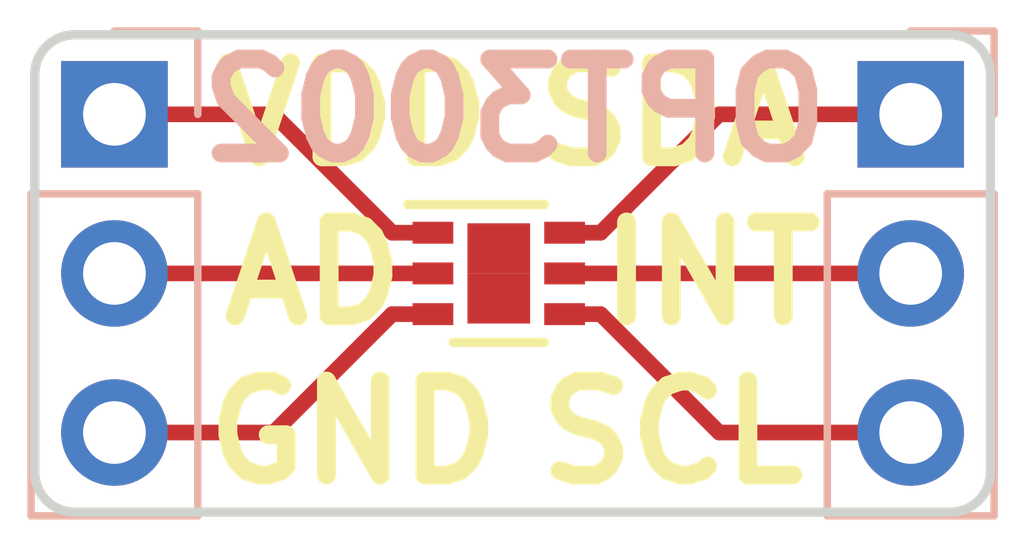
<source format=kicad_pcb>
(kicad_pcb (version 20171130) (host pcbnew "(5.0.0)")

  (general
    (thickness 1.6)
    (drawings 15)
    (tracks 14)
    (zones 0)
    (modules 3)
    (nets 7)
  )

  (page USLetter)
  (title_block
    (title "OTP3002 breakout")
    (date 2018-08-16)
    (company "Alex M.")
  )

  (layers
    (0 F.Cu signal)
    (31 B.Cu signal)
    (32 B.Adhes user)
    (33 F.Adhes user)
    (34 B.Paste user)
    (35 F.Paste user)
    (36 B.SilkS user)
    (37 F.SilkS user)
    (38 B.Mask user hide)
    (39 F.Mask user hide)
    (40 Dwgs.User user)
    (41 Cmts.User user)
    (42 Eco1.User user)
    (43 Eco2.User user)
    (44 Edge.Cuts user)
    (45 Margin user)
    (46 B.CrtYd user hide)
    (47 F.CrtYd user hide)
    (48 B.Fab user hide)
    (49 F.Fab user hide)
  )

  (setup
    (last_trace_width 0.25)
    (trace_clearance 0.2)
    (zone_clearance 0.508)
    (zone_45_only no)
    (trace_min 0.2)
    (segment_width 0.2)
    (edge_width 0.15)
    (via_size 0.8)
    (via_drill 0.4)
    (via_min_size 0.4)
    (via_min_drill 0.3)
    (uvia_size 0.3)
    (uvia_drill 0.1)
    (uvias_allowed no)
    (uvia_min_size 0.2)
    (uvia_min_drill 0.1)
    (pcb_text_width 0.3)
    (pcb_text_size 1.5 1.5)
    (mod_edge_width 0.15)
    (mod_text_size 1 1)
    (mod_text_width 0.15)
    (pad_size 1.524 1.524)
    (pad_drill 0.762)
    (pad_to_mask_clearance 0.2)
    (aux_axis_origin 0 0)
    (visible_elements 7FFFFFFF)
    (pcbplotparams
      (layerselection 0x010fc_ffffffff)
      (usegerberextensions false)
      (usegerberattributes false)
      (usegerberadvancedattributes false)
      (creategerberjobfile false)
      (excludeedgelayer true)
      (linewidth 0.100000)
      (plotframeref false)
      (viasonmask false)
      (mode 1)
      (useauxorigin false)
      (hpglpennumber 1)
      (hpglpenspeed 20)
      (hpglpendiameter 15.000000)
      (psnegative false)
      (psa4output false)
      (plotreference true)
      (plotvalue true)
      (plotinvisibletext false)
      (padsonsilk false)
      (subtractmaskfromsilk false)
      (outputformat 1)
      (mirror false)
      (drillshape 1)
      (scaleselection 1)
      (outputdirectory ""))
  )

  (net 0 "")
  (net 1 "Net-(U1-Pad6)")
  (net 2 "Net-(U1-Pad5)")
  (net 3 "Net-(U1-Pad4)")
  (net 4 "Net-(U1-Pad3)")
  (net 5 "Net-(U1-Pad2)")
  (net 6 "Net-(U1-Pad1)")

  (net_class Default "This is the default net class."
    (clearance 0.2)
    (trace_width 0.25)
    (via_dia 0.8)
    (via_drill 0.4)
    (uvia_dia 0.3)
    (uvia_drill 0.1)
    (add_net "Net-(U1-Pad1)")
    (add_net "Net-(U1-Pad2)")
    (add_net "Net-(U1-Pad3)")
    (add_net "Net-(U1-Pad4)")
    (add_net "Net-(U1-Pad5)")
    (add_net "Net-(U1-Pad6)")
  )

  (module Housings_DFN_QFN:DFN-6-1EP_2x2mm_Pitch0.65mm (layer F.Cu) (tedit 5B948368) (tstamp 5B76291C)
    (at 115.35 101.6)
    (descr "6-Lead Plastic Dual Flat, No Lead Package (MA) - 2x2x0.9 mm Body [DFN] (see Microchip Packaging Specification 00000049BS.pdf)")
    (tags "DFN 0.65")
    (path /5B7623D9)
    (attr smd)
    (fp_text reference U1 (at 0 -4.445) (layer F.SilkS) hide
      (effects (font (size 1 1) (thickness 0.15)))
    )
    (fp_text value OPT3002 (at 0 2.025) (layer F.Fab)
      (effects (font (size 1 1) (thickness 0.15)))
    )
    (fp_line (start -1.45 -1.1) (end 0.725 -1.1) (layer F.SilkS) (width 0.15))
    (fp_line (start -0.725 1.1) (end 0.725 1.1) (layer F.SilkS) (width 0.15))
    (fp_line (start -1.65 1.25) (end 1.65 1.25) (layer F.CrtYd) (width 0.05))
    (fp_line (start -1.65 -1.25) (end 1.65 -1.25) (layer F.CrtYd) (width 0.05))
    (fp_line (start 1.65 -1.25) (end 1.65 1.25) (layer F.CrtYd) (width 0.05))
    (fp_line (start -1.65 -1.25) (end -1.65 1.25) (layer F.CrtYd) (width 0.05))
    (fp_line (start -1 0) (end 0 -1) (layer F.Fab) (width 0.15))
    (fp_line (start -1 1) (end -1 0) (layer F.Fab) (width 0.15))
    (fp_line (start 1 1) (end -1 1) (layer F.Fab) (width 0.15))
    (fp_line (start 1 -1) (end 1 1) (layer F.Fab) (width 0.15))
    (fp_line (start 0 -1) (end 1 -1) (layer F.Fab) (width 0.15))
    (pad 7 smd rect (at 0 -0.4) (size 1 0.8) (layers F.Cu F.Paste F.Mask)
      (solder_paste_margin_ratio -0.2))
    (pad 7 smd rect (at 0 0.4) (size 1 0.8) (layers F.Cu F.Paste F.Mask)
      (solder_paste_margin_ratio -0.2))
    (pad 6 smd rect (at 1.05 -0.65) (size 0.65 0.35) (layers F.Cu F.Paste F.Mask)
      (net 1 "Net-(U1-Pad6)"))
    (pad 5 smd rect (at 1.05 0) (size 0.65 0.35) (layers F.Cu F.Paste F.Mask)
      (net 2 "Net-(U1-Pad5)"))
    (pad 4 smd rect (at 1.05 0.65) (size 0.65 0.35) (layers F.Cu F.Paste F.Mask)
      (net 3 "Net-(U1-Pad4)"))
    (pad 3 smd rect (at -1.05 0.65) (size 0.65 0.35) (layers F.Cu F.Paste F.Mask)
      (net 4 "Net-(U1-Pad3)"))
    (pad 2 smd rect (at -1.05 0) (size 0.65 0.35) (layers F.Cu F.Paste F.Mask)
      (net 5 "Net-(U1-Pad2)"))
    (pad 1 smd rect (at -1.05 -0.65) (size 0.65 0.35) (layers F.Cu F.Paste F.Mask)
      (net 6 "Net-(U1-Pad1)"))
    (model ${KISYS3DMOD}/Housings_DFN_QFN.3dshapes/DFN-6-1EP_2x2mm_Pitch0.65mm.wrl
      (at (xyz 0 0 0))
      (scale (xyz 1 1 1))
      (rotate (xyz 0 0 0))
    )
  )

  (module Pin_Headers:Pin_Header_Straight_1x03_Pitch2.54mm (layer B.Cu) (tedit 5B948371) (tstamp 5B762559)
    (at 109.22 99.06 180)
    (descr "Through hole straight pin header, 1x03, 2.54mm pitch, single row")
    (tags "Through hole pin header THT 1x03 2.54mm single row")
    (path /5B7626FD)
    (fp_text reference X1 (at 0 1.905 180) (layer B.SilkS) hide
      (effects (font (size 1 1) (thickness 0.15)) (justify mirror))
    )
    (fp_text value Conn_01x03 (at 0 -7.41 180) (layer B.Fab)
      (effects (font (size 1 1) (thickness 0.15)) (justify mirror))
    )
    (fp_line (start -0.635 1.27) (end 1.27 1.27) (layer B.Fab) (width 0.1))
    (fp_line (start 1.27 1.27) (end 1.27 -6.35) (layer B.Fab) (width 0.1))
    (fp_line (start 1.27 -6.35) (end -1.27 -6.35) (layer B.Fab) (width 0.1))
    (fp_line (start -1.27 -6.35) (end -1.27 0.635) (layer B.Fab) (width 0.1))
    (fp_line (start -1.27 0.635) (end -0.635 1.27) (layer B.Fab) (width 0.1))
    (fp_line (start -1.33 -6.41) (end 1.33 -6.41) (layer B.SilkS) (width 0.12))
    (fp_line (start -1.33 -1.27) (end -1.33 -6.41) (layer B.SilkS) (width 0.12))
    (fp_line (start 1.33 -1.27) (end 1.33 -6.41) (layer B.SilkS) (width 0.12))
    (fp_line (start -1.33 -1.27) (end 1.33 -1.27) (layer B.SilkS) (width 0.12))
    (fp_line (start -1.33 0) (end -1.33 1.33) (layer B.SilkS) (width 0.12))
    (fp_line (start -1.33 1.33) (end 0 1.33) (layer B.SilkS) (width 0.12))
    (fp_line (start -1.8 1.8) (end -1.8 -6.85) (layer B.CrtYd) (width 0.05))
    (fp_line (start -1.8 -6.85) (end 1.8 -6.85) (layer B.CrtYd) (width 0.05))
    (fp_line (start 1.8 -6.85) (end 1.8 1.8) (layer B.CrtYd) (width 0.05))
    (fp_line (start 1.8 1.8) (end -1.8 1.8) (layer B.CrtYd) (width 0.05))
    (fp_text user %R (at 0 -2.54 90) (layer B.Fab)
      (effects (font (size 1 1) (thickness 0.15)) (justify mirror))
    )
    (pad 1 thru_hole rect (at 0 0 180) (size 1.7 1.7) (drill 1) (layers *.Cu *.Mask)
      (net 6 "Net-(U1-Pad1)"))
    (pad 2 thru_hole oval (at 0 -2.54 180) (size 1.7 1.7) (drill 1) (layers *.Cu *.Mask)
      (net 5 "Net-(U1-Pad2)"))
    (pad 3 thru_hole oval (at 0 -5.08 180) (size 1.7 1.7) (drill 1) (layers *.Cu *.Mask)
      (net 4 "Net-(U1-Pad3)"))
    (model ${KISYS3DMOD}/Pin_Headers.3dshapes/Pin_Header_Straight_1x03_Pitch2.54mm.wrl
      (at (xyz 0 0 0))
      (scale (xyz 1 1 1))
      (rotate (xyz 0 0 0))
    )
  )

  (module Pin_Headers:Pin_Header_Straight_1x03_Pitch2.54mm (layer B.Cu) (tedit 5B948376) (tstamp 5B762570)
    (at 121.92 99.06 180)
    (descr "Through hole straight pin header, 1x03, 2.54mm pitch, single row")
    (tags "Through hole pin header THT 1x03 2.54mm single row")
    (path /5B762631)
    (fp_text reference X2 (at 0 1.905 180) (layer B.SilkS) hide
      (effects (font (size 1 1) (thickness 0.15)) (justify mirror))
    )
    (fp_text value Conn_01x03 (at 0 -7.41 180) (layer B.Fab)
      (effects (font (size 1 1) (thickness 0.15)) (justify mirror))
    )
    (fp_text user %R (at 0 -2.54 90) (layer B.Fab)
      (effects (font (size 1 1) (thickness 0.15)) (justify mirror))
    )
    (fp_line (start 1.8 1.8) (end -1.8 1.8) (layer B.CrtYd) (width 0.05))
    (fp_line (start 1.8 -6.85) (end 1.8 1.8) (layer B.CrtYd) (width 0.05))
    (fp_line (start -1.8 -6.85) (end 1.8 -6.85) (layer B.CrtYd) (width 0.05))
    (fp_line (start -1.8 1.8) (end -1.8 -6.85) (layer B.CrtYd) (width 0.05))
    (fp_line (start -1.33 1.33) (end 0 1.33) (layer B.SilkS) (width 0.12))
    (fp_line (start -1.33 0) (end -1.33 1.33) (layer B.SilkS) (width 0.12))
    (fp_line (start -1.33 -1.27) (end 1.33 -1.27) (layer B.SilkS) (width 0.12))
    (fp_line (start 1.33 -1.27) (end 1.33 -6.41) (layer B.SilkS) (width 0.12))
    (fp_line (start -1.33 -1.27) (end -1.33 -6.41) (layer B.SilkS) (width 0.12))
    (fp_line (start -1.33 -6.41) (end 1.33 -6.41) (layer B.SilkS) (width 0.12))
    (fp_line (start -1.27 0.635) (end -0.635 1.27) (layer B.Fab) (width 0.1))
    (fp_line (start -1.27 -6.35) (end -1.27 0.635) (layer B.Fab) (width 0.1))
    (fp_line (start 1.27 -6.35) (end -1.27 -6.35) (layer B.Fab) (width 0.1))
    (fp_line (start 1.27 1.27) (end 1.27 -6.35) (layer B.Fab) (width 0.1))
    (fp_line (start -0.635 1.27) (end 1.27 1.27) (layer B.Fab) (width 0.1))
    (pad 3 thru_hole oval (at 0 -5.08 180) (size 1.7 1.7) (drill 1) (layers *.Cu *.Mask)
      (net 3 "Net-(U1-Pad4)"))
    (pad 2 thru_hole oval (at 0 -2.54 180) (size 1.7 1.7) (drill 1) (layers *.Cu *.Mask)
      (net 2 "Net-(U1-Pad5)"))
    (pad 1 thru_hole rect (at 0 0 180) (size 1.7 1.7) (drill 1) (layers *.Cu *.Mask)
      (net 1 "Net-(U1-Pad6)"))
    (model ${KISYS3DMOD}/Pin_Headers.3dshapes/Pin_Header_Straight_1x03_Pitch2.54mm.wrl
      (at (xyz 0 0 0))
      (scale (xyz 1 1 1))
      (rotate (xyz 0 0 0))
    )
  )

  (gr_line (start 108.585 105.41) (end 122.555 105.41) (layer Edge.Cuts) (width 0.15))
  (gr_line (start 107.95 98.425) (end 107.95 104.775) (layer Edge.Cuts) (width 0.15))
  (gr_line (start 122.555 97.79) (end 108.585 97.79) (layer Edge.Cuts) (width 0.15))
  (gr_line (start 123.19 104.775) (end 123.19 98.425) (layer Edge.Cuts) (width 0.15))
  (gr_arc (start 122.555 104.775) (end 122.555 105.41) (angle -90) (layer Edge.Cuts) (width 0.15) (tstamp 5B94810B))
  (gr_arc (start 108.585 104.775) (end 107.95 104.775) (angle -90) (layer Edge.Cuts) (width 0.15) (tstamp 5B948116))
  (gr_arc (start 108.585 98.425) (end 108.585 97.79) (angle -90) (layer Edge.Cuts) (width 0.15))
  (gr_arc (start 122.555 98.425) (end 123.19 98.425) (angle -90) (layer Edge.Cuts) (width 0.15))
  (gr_text AD (at 112.395 101.6) (layer F.SilkS)
    (effects (font (size 1.5 1.5) (thickness 0.3)))
  )
  (gr_text INT (at 118.745 101.6) (layer F.SilkS)
    (effects (font (size 1.5 1.5) (thickness 0.3)))
  )
  (gr_text SDA (at 118.11 99.06) (layer F.SilkS)
    (effects (font (size 1.5 1.5) (thickness 0.3)))
  )
  (gr_text SCL (at 118.11 104.14) (layer F.SilkS)
    (effects (font (size 1.5 1.5) (thickness 0.3)))
  )
  (gr_text GND (at 113.03 104.14) (layer F.SilkS)
    (effects (font (size 1.5 1.5) (thickness 0.3)))
  )
  (gr_text VDD (at 113.03 99.06) (layer F.SilkS)
    (effects (font (size 1.5 1.5) (thickness 0.3)))
  )
  (gr_text OPT3002 (at 115.6 99) (layer B.SilkS)
    (effects (font (size 1.5 1.5) (thickness 0.3)) (justify mirror))
  )

  (segment (start 116.975 100.95) (end 118.865 99.06) (width 0.25) (layer F.Cu) (net 1))
  (segment (start 116.4 100.95) (end 116.975 100.95) (width 0.25) (layer F.Cu) (net 1))
  (segment (start 118.865 99.06) (end 121.92 99.06) (width 0.25) (layer F.Cu) (net 1))
  (segment (start 116.4 101.6) (end 121.92 101.6) (width 0.25) (layer F.Cu) (net 2))
  (segment (start 116.975 102.25) (end 118.865 104.14) (width 0.25) (layer F.Cu) (net 3))
  (segment (start 116.4 102.25) (end 116.975 102.25) (width 0.25) (layer F.Cu) (net 3))
  (segment (start 118.865 104.14) (end 121.92 104.14) (width 0.25) (layer F.Cu) (net 3))
  (segment (start 114.3 102.25) (end 113.65 102.25) (width 0.25) (layer F.Cu) (net 4))
  (segment (start 111.76 104.14) (end 109.22 104.14) (width 0.25) (layer F.Cu) (net 4))
  (segment (start 113.65 102.25) (end 111.76 104.14) (width 0.25) (layer F.Cu) (net 4))
  (segment (start 114.3 101.6) (end 109.22 101.6) (width 0.25) (layer F.Cu) (net 5))
  (segment (start 114.3 100.95) (end 113.65 100.95) (width 0.25) (layer F.Cu) (net 6))
  (segment (start 111.76 99.06) (end 109.22 99.06) (width 0.25) (layer F.Cu) (net 6))
  (segment (start 113.65 100.95) (end 111.76 99.06) (width 0.25) (layer F.Cu) (net 6))

)

</source>
